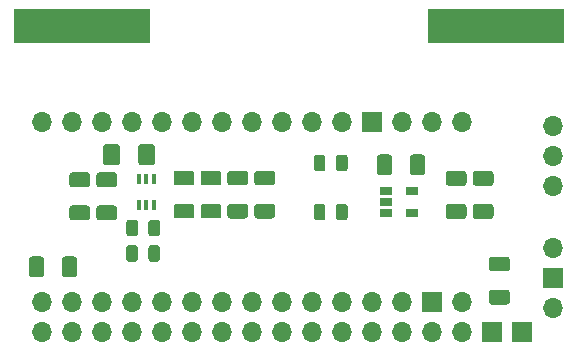
<source format=gbr>
G04 #@! TF.GenerationSoftware,KiCad,Pcbnew,5.1.5+dfsg1-2build2*
G04 #@! TF.CreationDate,2021-06-16T02:42:27+02:00*
G04 #@! TF.ProjectId,circuit9,63697263-7569-4743-992e-6b696361645f,rev?*
G04 #@! TF.SameCoordinates,Original*
G04 #@! TF.FileFunction,Soldermask,Top*
G04 #@! TF.FilePolarity,Negative*
%FSLAX46Y46*%
G04 Gerber Fmt 4.6, Leading zero omitted, Abs format (unit mm)*
G04 Created by KiCad (PCBNEW 5.1.5+dfsg1-2build2) date 2021-06-16 02:42:27*
%MOMM*%
%LPD*%
G04 APERTURE LIST*
%ADD10O,1.700000X1.700000*%
%ADD11R,1.700000X1.700000*%
%ADD12C,0.100000*%
%ADD13R,6.000000X3.000000*%
%ADD14R,0.400000X0.900000*%
%ADD15R,1.060000X0.650000*%
G04 APERTURE END LIST*
D10*
X61620400Y-35217100D03*
X59080400Y-35217100D03*
X56540400Y-35217100D03*
D11*
X54000400Y-35217100D03*
D10*
X51460400Y-35217100D03*
X48920400Y-35217100D03*
X46380400Y-35217100D03*
X43840400Y-35217100D03*
X41300400Y-35217100D03*
X38760400Y-35217100D03*
X36220400Y-35217100D03*
X33680400Y-35217100D03*
X31140400Y-35217100D03*
X28600400Y-35217100D03*
X26060400Y-35217100D03*
D12*
G36*
X33937642Y-45668874D02*
G01*
X33961303Y-45672384D01*
X33984507Y-45678196D01*
X34007029Y-45686254D01*
X34028653Y-45696482D01*
X34049170Y-45708779D01*
X34068383Y-45723029D01*
X34086107Y-45739093D01*
X34102171Y-45756817D01*
X34116421Y-45776030D01*
X34128718Y-45796547D01*
X34138946Y-45818171D01*
X34147004Y-45840693D01*
X34152816Y-45863897D01*
X34156326Y-45887558D01*
X34157500Y-45911450D01*
X34157500Y-46823950D01*
X34156326Y-46847842D01*
X34152816Y-46871503D01*
X34147004Y-46894707D01*
X34138946Y-46917229D01*
X34128718Y-46938853D01*
X34116421Y-46959370D01*
X34102171Y-46978583D01*
X34086107Y-46996307D01*
X34068383Y-47012371D01*
X34049170Y-47026621D01*
X34028653Y-47038918D01*
X34007029Y-47049146D01*
X33984507Y-47057204D01*
X33961303Y-47063016D01*
X33937642Y-47066526D01*
X33913750Y-47067700D01*
X33426250Y-47067700D01*
X33402358Y-47066526D01*
X33378697Y-47063016D01*
X33355493Y-47057204D01*
X33332971Y-47049146D01*
X33311347Y-47038918D01*
X33290830Y-47026621D01*
X33271617Y-47012371D01*
X33253893Y-46996307D01*
X33237829Y-46978583D01*
X33223579Y-46959370D01*
X33211282Y-46938853D01*
X33201054Y-46917229D01*
X33192996Y-46894707D01*
X33187184Y-46871503D01*
X33183674Y-46847842D01*
X33182500Y-46823950D01*
X33182500Y-45911450D01*
X33183674Y-45887558D01*
X33187184Y-45863897D01*
X33192996Y-45840693D01*
X33201054Y-45818171D01*
X33211282Y-45796547D01*
X33223579Y-45776030D01*
X33237829Y-45756817D01*
X33253893Y-45739093D01*
X33271617Y-45723029D01*
X33290830Y-45708779D01*
X33311347Y-45696482D01*
X33332971Y-45686254D01*
X33355493Y-45678196D01*
X33378697Y-45672384D01*
X33402358Y-45668874D01*
X33426250Y-45667700D01*
X33913750Y-45667700D01*
X33937642Y-45668874D01*
G37*
G36*
X35812642Y-45668874D02*
G01*
X35836303Y-45672384D01*
X35859507Y-45678196D01*
X35882029Y-45686254D01*
X35903653Y-45696482D01*
X35924170Y-45708779D01*
X35943383Y-45723029D01*
X35961107Y-45739093D01*
X35977171Y-45756817D01*
X35991421Y-45776030D01*
X36003718Y-45796547D01*
X36013946Y-45818171D01*
X36022004Y-45840693D01*
X36027816Y-45863897D01*
X36031326Y-45887558D01*
X36032500Y-45911450D01*
X36032500Y-46823950D01*
X36031326Y-46847842D01*
X36027816Y-46871503D01*
X36022004Y-46894707D01*
X36013946Y-46917229D01*
X36003718Y-46938853D01*
X35991421Y-46959370D01*
X35977171Y-46978583D01*
X35961107Y-46996307D01*
X35943383Y-47012371D01*
X35924170Y-47026621D01*
X35903653Y-47038918D01*
X35882029Y-47049146D01*
X35859507Y-47057204D01*
X35836303Y-47063016D01*
X35812642Y-47066526D01*
X35788750Y-47067700D01*
X35301250Y-47067700D01*
X35277358Y-47066526D01*
X35253697Y-47063016D01*
X35230493Y-47057204D01*
X35207971Y-47049146D01*
X35186347Y-47038918D01*
X35165830Y-47026621D01*
X35146617Y-47012371D01*
X35128893Y-46996307D01*
X35112829Y-46978583D01*
X35098579Y-46959370D01*
X35086282Y-46938853D01*
X35076054Y-46917229D01*
X35067996Y-46894707D01*
X35062184Y-46871503D01*
X35058674Y-46847842D01*
X35057500Y-46823950D01*
X35057500Y-45911450D01*
X35058674Y-45887558D01*
X35062184Y-45863897D01*
X35067996Y-45840693D01*
X35076054Y-45818171D01*
X35086282Y-45796547D01*
X35098579Y-45776030D01*
X35112829Y-45756817D01*
X35128893Y-45739093D01*
X35146617Y-45723029D01*
X35165830Y-45708779D01*
X35186347Y-45696482D01*
X35207971Y-45686254D01*
X35230493Y-45678196D01*
X35253697Y-45672384D01*
X35277358Y-45668874D01*
X35301250Y-45667700D01*
X35788750Y-45667700D01*
X35812642Y-45668874D01*
G37*
G36*
X35812642Y-43509874D02*
G01*
X35836303Y-43513384D01*
X35859507Y-43519196D01*
X35882029Y-43527254D01*
X35903653Y-43537482D01*
X35924170Y-43549779D01*
X35943383Y-43564029D01*
X35961107Y-43580093D01*
X35977171Y-43597817D01*
X35991421Y-43617030D01*
X36003718Y-43637547D01*
X36013946Y-43659171D01*
X36022004Y-43681693D01*
X36027816Y-43704897D01*
X36031326Y-43728558D01*
X36032500Y-43752450D01*
X36032500Y-44664950D01*
X36031326Y-44688842D01*
X36027816Y-44712503D01*
X36022004Y-44735707D01*
X36013946Y-44758229D01*
X36003718Y-44779853D01*
X35991421Y-44800370D01*
X35977171Y-44819583D01*
X35961107Y-44837307D01*
X35943383Y-44853371D01*
X35924170Y-44867621D01*
X35903653Y-44879918D01*
X35882029Y-44890146D01*
X35859507Y-44898204D01*
X35836303Y-44904016D01*
X35812642Y-44907526D01*
X35788750Y-44908700D01*
X35301250Y-44908700D01*
X35277358Y-44907526D01*
X35253697Y-44904016D01*
X35230493Y-44898204D01*
X35207971Y-44890146D01*
X35186347Y-44879918D01*
X35165830Y-44867621D01*
X35146617Y-44853371D01*
X35128893Y-44837307D01*
X35112829Y-44819583D01*
X35098579Y-44800370D01*
X35086282Y-44779853D01*
X35076054Y-44758229D01*
X35067996Y-44735707D01*
X35062184Y-44712503D01*
X35058674Y-44688842D01*
X35057500Y-44664950D01*
X35057500Y-43752450D01*
X35058674Y-43728558D01*
X35062184Y-43704897D01*
X35067996Y-43681693D01*
X35076054Y-43659171D01*
X35086282Y-43637547D01*
X35098579Y-43617030D01*
X35112829Y-43597817D01*
X35128893Y-43580093D01*
X35146617Y-43564029D01*
X35165830Y-43549779D01*
X35186347Y-43537482D01*
X35207971Y-43527254D01*
X35230493Y-43519196D01*
X35253697Y-43513384D01*
X35277358Y-43509874D01*
X35301250Y-43508700D01*
X35788750Y-43508700D01*
X35812642Y-43509874D01*
G37*
G36*
X33937642Y-43509874D02*
G01*
X33961303Y-43513384D01*
X33984507Y-43519196D01*
X34007029Y-43527254D01*
X34028653Y-43537482D01*
X34049170Y-43549779D01*
X34068383Y-43564029D01*
X34086107Y-43580093D01*
X34102171Y-43597817D01*
X34116421Y-43617030D01*
X34128718Y-43637547D01*
X34138946Y-43659171D01*
X34147004Y-43681693D01*
X34152816Y-43704897D01*
X34156326Y-43728558D01*
X34157500Y-43752450D01*
X34157500Y-44664950D01*
X34156326Y-44688842D01*
X34152816Y-44712503D01*
X34147004Y-44735707D01*
X34138946Y-44758229D01*
X34128718Y-44779853D01*
X34116421Y-44800370D01*
X34102171Y-44819583D01*
X34086107Y-44837307D01*
X34068383Y-44853371D01*
X34049170Y-44867621D01*
X34028653Y-44879918D01*
X34007029Y-44890146D01*
X33984507Y-44898204D01*
X33961303Y-44904016D01*
X33937642Y-44907526D01*
X33913750Y-44908700D01*
X33426250Y-44908700D01*
X33402358Y-44907526D01*
X33378697Y-44904016D01*
X33355493Y-44898204D01*
X33332971Y-44890146D01*
X33311347Y-44879918D01*
X33290830Y-44867621D01*
X33271617Y-44853371D01*
X33253893Y-44837307D01*
X33237829Y-44819583D01*
X33223579Y-44800370D01*
X33211282Y-44779853D01*
X33201054Y-44758229D01*
X33192996Y-44735707D01*
X33187184Y-44712503D01*
X33183674Y-44688842D01*
X33182500Y-44664950D01*
X33182500Y-43752450D01*
X33183674Y-43728558D01*
X33187184Y-43704897D01*
X33192996Y-43681693D01*
X33201054Y-43659171D01*
X33211282Y-43637547D01*
X33223579Y-43617030D01*
X33237829Y-43597817D01*
X33253893Y-43580093D01*
X33271617Y-43564029D01*
X33290830Y-43549779D01*
X33311347Y-43537482D01*
X33332971Y-43527254D01*
X33355493Y-43519196D01*
X33378697Y-43513384D01*
X33402358Y-43509874D01*
X33426250Y-43508700D01*
X33913750Y-43508700D01*
X33937642Y-43509874D01*
G37*
D10*
X26060400Y-50457100D03*
X28600400Y-50457100D03*
X31140400Y-50457100D03*
X33680400Y-50457100D03*
X36220400Y-50457100D03*
X38760400Y-50457100D03*
X41300400Y-50457100D03*
X43840400Y-50457100D03*
X46380400Y-50457100D03*
X48920400Y-50457100D03*
X51460400Y-50457100D03*
X54000400Y-50457100D03*
X56540400Y-50457100D03*
D11*
X59080400Y-50457100D03*
D10*
X61620400Y-50457100D03*
D12*
G36*
X49825342Y-42176374D02*
G01*
X49849003Y-42179884D01*
X49872207Y-42185696D01*
X49894729Y-42193754D01*
X49916353Y-42203982D01*
X49936870Y-42216279D01*
X49956083Y-42230529D01*
X49973807Y-42246593D01*
X49989871Y-42264317D01*
X50004121Y-42283530D01*
X50016418Y-42304047D01*
X50026646Y-42325671D01*
X50034704Y-42348193D01*
X50040516Y-42371397D01*
X50044026Y-42395058D01*
X50045200Y-42418950D01*
X50045200Y-43331450D01*
X50044026Y-43355342D01*
X50040516Y-43379003D01*
X50034704Y-43402207D01*
X50026646Y-43424729D01*
X50016418Y-43446353D01*
X50004121Y-43466870D01*
X49989871Y-43486083D01*
X49973807Y-43503807D01*
X49956083Y-43519871D01*
X49936870Y-43534121D01*
X49916353Y-43546418D01*
X49894729Y-43556646D01*
X49872207Y-43564704D01*
X49849003Y-43570516D01*
X49825342Y-43574026D01*
X49801450Y-43575200D01*
X49313950Y-43575200D01*
X49290058Y-43574026D01*
X49266397Y-43570516D01*
X49243193Y-43564704D01*
X49220671Y-43556646D01*
X49199047Y-43546418D01*
X49178530Y-43534121D01*
X49159317Y-43519871D01*
X49141593Y-43503807D01*
X49125529Y-43486083D01*
X49111279Y-43466870D01*
X49098982Y-43446353D01*
X49088754Y-43424729D01*
X49080696Y-43402207D01*
X49074884Y-43379003D01*
X49071374Y-43355342D01*
X49070200Y-43331450D01*
X49070200Y-42418950D01*
X49071374Y-42395058D01*
X49074884Y-42371397D01*
X49080696Y-42348193D01*
X49088754Y-42325671D01*
X49098982Y-42304047D01*
X49111279Y-42283530D01*
X49125529Y-42264317D01*
X49141593Y-42246593D01*
X49159317Y-42230529D01*
X49178530Y-42216279D01*
X49199047Y-42203982D01*
X49220671Y-42193754D01*
X49243193Y-42185696D01*
X49266397Y-42179884D01*
X49290058Y-42176374D01*
X49313950Y-42175200D01*
X49801450Y-42175200D01*
X49825342Y-42176374D01*
G37*
G36*
X51700342Y-42176374D02*
G01*
X51724003Y-42179884D01*
X51747207Y-42185696D01*
X51769729Y-42193754D01*
X51791353Y-42203982D01*
X51811870Y-42216279D01*
X51831083Y-42230529D01*
X51848807Y-42246593D01*
X51864871Y-42264317D01*
X51879121Y-42283530D01*
X51891418Y-42304047D01*
X51901646Y-42325671D01*
X51909704Y-42348193D01*
X51915516Y-42371397D01*
X51919026Y-42395058D01*
X51920200Y-42418950D01*
X51920200Y-43331450D01*
X51919026Y-43355342D01*
X51915516Y-43379003D01*
X51909704Y-43402207D01*
X51901646Y-43424729D01*
X51891418Y-43446353D01*
X51879121Y-43466870D01*
X51864871Y-43486083D01*
X51848807Y-43503807D01*
X51831083Y-43519871D01*
X51811870Y-43534121D01*
X51791353Y-43546418D01*
X51769729Y-43556646D01*
X51747207Y-43564704D01*
X51724003Y-43570516D01*
X51700342Y-43574026D01*
X51676450Y-43575200D01*
X51188950Y-43575200D01*
X51165058Y-43574026D01*
X51141397Y-43570516D01*
X51118193Y-43564704D01*
X51095671Y-43556646D01*
X51074047Y-43546418D01*
X51053530Y-43534121D01*
X51034317Y-43519871D01*
X51016593Y-43503807D01*
X51000529Y-43486083D01*
X50986279Y-43466870D01*
X50973982Y-43446353D01*
X50963754Y-43424729D01*
X50955696Y-43402207D01*
X50949884Y-43379003D01*
X50946374Y-43355342D01*
X50945200Y-43331450D01*
X50945200Y-42418950D01*
X50946374Y-42395058D01*
X50949884Y-42371397D01*
X50955696Y-42348193D01*
X50963754Y-42325671D01*
X50973982Y-42304047D01*
X50986279Y-42283530D01*
X51000529Y-42264317D01*
X51016593Y-42246593D01*
X51034317Y-42230529D01*
X51053530Y-42216279D01*
X51074047Y-42203982D01*
X51095671Y-42193754D01*
X51118193Y-42185696D01*
X51141397Y-42179884D01*
X51165058Y-42176374D01*
X51188950Y-42175200D01*
X51676450Y-42175200D01*
X51700342Y-42176374D01*
G37*
D13*
X67254000Y-27127200D03*
X26654000Y-27127200D03*
X61654000Y-27127200D03*
X32254000Y-27127200D03*
D12*
G36*
X49825342Y-38010774D02*
G01*
X49849003Y-38014284D01*
X49872207Y-38020096D01*
X49894729Y-38028154D01*
X49916353Y-38038382D01*
X49936870Y-38050679D01*
X49956083Y-38064929D01*
X49973807Y-38080993D01*
X49989871Y-38098717D01*
X50004121Y-38117930D01*
X50016418Y-38138447D01*
X50026646Y-38160071D01*
X50034704Y-38182593D01*
X50040516Y-38205797D01*
X50044026Y-38229458D01*
X50045200Y-38253350D01*
X50045200Y-39165850D01*
X50044026Y-39189742D01*
X50040516Y-39213403D01*
X50034704Y-39236607D01*
X50026646Y-39259129D01*
X50016418Y-39280753D01*
X50004121Y-39301270D01*
X49989871Y-39320483D01*
X49973807Y-39338207D01*
X49956083Y-39354271D01*
X49936870Y-39368521D01*
X49916353Y-39380818D01*
X49894729Y-39391046D01*
X49872207Y-39399104D01*
X49849003Y-39404916D01*
X49825342Y-39408426D01*
X49801450Y-39409600D01*
X49313950Y-39409600D01*
X49290058Y-39408426D01*
X49266397Y-39404916D01*
X49243193Y-39399104D01*
X49220671Y-39391046D01*
X49199047Y-39380818D01*
X49178530Y-39368521D01*
X49159317Y-39354271D01*
X49141593Y-39338207D01*
X49125529Y-39320483D01*
X49111279Y-39301270D01*
X49098982Y-39280753D01*
X49088754Y-39259129D01*
X49080696Y-39236607D01*
X49074884Y-39213403D01*
X49071374Y-39189742D01*
X49070200Y-39165850D01*
X49070200Y-38253350D01*
X49071374Y-38229458D01*
X49074884Y-38205797D01*
X49080696Y-38182593D01*
X49088754Y-38160071D01*
X49098982Y-38138447D01*
X49111279Y-38117930D01*
X49125529Y-38098717D01*
X49141593Y-38080993D01*
X49159317Y-38064929D01*
X49178530Y-38050679D01*
X49199047Y-38038382D01*
X49220671Y-38028154D01*
X49243193Y-38020096D01*
X49266397Y-38014284D01*
X49290058Y-38010774D01*
X49313950Y-38009600D01*
X49801450Y-38009600D01*
X49825342Y-38010774D01*
G37*
G36*
X51700342Y-38010774D02*
G01*
X51724003Y-38014284D01*
X51747207Y-38020096D01*
X51769729Y-38028154D01*
X51791353Y-38038382D01*
X51811870Y-38050679D01*
X51831083Y-38064929D01*
X51848807Y-38080993D01*
X51864871Y-38098717D01*
X51879121Y-38117930D01*
X51891418Y-38138447D01*
X51901646Y-38160071D01*
X51909704Y-38182593D01*
X51915516Y-38205797D01*
X51919026Y-38229458D01*
X51920200Y-38253350D01*
X51920200Y-39165850D01*
X51919026Y-39189742D01*
X51915516Y-39213403D01*
X51909704Y-39236607D01*
X51901646Y-39259129D01*
X51891418Y-39280753D01*
X51879121Y-39301270D01*
X51864871Y-39320483D01*
X51848807Y-39338207D01*
X51831083Y-39354271D01*
X51811870Y-39368521D01*
X51791353Y-39380818D01*
X51769729Y-39391046D01*
X51747207Y-39399104D01*
X51724003Y-39404916D01*
X51700342Y-39408426D01*
X51676450Y-39409600D01*
X51188950Y-39409600D01*
X51165058Y-39408426D01*
X51141397Y-39404916D01*
X51118193Y-39399104D01*
X51095671Y-39391046D01*
X51074047Y-39380818D01*
X51053530Y-39368521D01*
X51034317Y-39354271D01*
X51016593Y-39338207D01*
X51000529Y-39320483D01*
X50986279Y-39301270D01*
X50973982Y-39280753D01*
X50963754Y-39259129D01*
X50955696Y-39236607D01*
X50949884Y-39213403D01*
X50946374Y-39189742D01*
X50945200Y-39165850D01*
X50945200Y-38253350D01*
X50946374Y-38229458D01*
X50949884Y-38205797D01*
X50955696Y-38182593D01*
X50963754Y-38160071D01*
X50973982Y-38138447D01*
X50986279Y-38117930D01*
X51000529Y-38098717D01*
X51016593Y-38080993D01*
X51034317Y-38064929D01*
X51053530Y-38050679D01*
X51074047Y-38038382D01*
X51095671Y-38028154D01*
X51118193Y-38020096D01*
X51141397Y-38014284D01*
X51165058Y-38010774D01*
X51188950Y-38009600D01*
X51676450Y-38009600D01*
X51700342Y-38010774D01*
G37*
D10*
X69291200Y-40690800D03*
X69291200Y-38150800D03*
X69291200Y-35610800D03*
D14*
X34236900Y-42248000D03*
X35536900Y-42248000D03*
X34886900Y-40048000D03*
X34886900Y-42248000D03*
X35536900Y-40048000D03*
X34236900Y-40048000D03*
D15*
X55204000Y-41061600D03*
X55204000Y-42011600D03*
X55204000Y-42961600D03*
X57404000Y-42961600D03*
X57404000Y-41061600D03*
D12*
G36*
X32170904Y-39505204D02*
G01*
X32195173Y-39508804D01*
X32218971Y-39514765D01*
X32242071Y-39523030D01*
X32264249Y-39533520D01*
X32285293Y-39546133D01*
X32304998Y-39560747D01*
X32323177Y-39577223D01*
X32339653Y-39595402D01*
X32354267Y-39615107D01*
X32366880Y-39636151D01*
X32377370Y-39658329D01*
X32385635Y-39681429D01*
X32391596Y-39705227D01*
X32395196Y-39729496D01*
X32396400Y-39754000D01*
X32396400Y-40504000D01*
X32395196Y-40528504D01*
X32391596Y-40552773D01*
X32385635Y-40576571D01*
X32377370Y-40599671D01*
X32366880Y-40621849D01*
X32354267Y-40642893D01*
X32339653Y-40662598D01*
X32323177Y-40680777D01*
X32304998Y-40697253D01*
X32285293Y-40711867D01*
X32264249Y-40724480D01*
X32242071Y-40734970D01*
X32218971Y-40743235D01*
X32195173Y-40749196D01*
X32170904Y-40752796D01*
X32146400Y-40754000D01*
X30896400Y-40754000D01*
X30871896Y-40752796D01*
X30847627Y-40749196D01*
X30823829Y-40743235D01*
X30800729Y-40734970D01*
X30778551Y-40724480D01*
X30757507Y-40711867D01*
X30737802Y-40697253D01*
X30719623Y-40680777D01*
X30703147Y-40662598D01*
X30688533Y-40642893D01*
X30675920Y-40621849D01*
X30665430Y-40599671D01*
X30657165Y-40576571D01*
X30651204Y-40552773D01*
X30647604Y-40528504D01*
X30646400Y-40504000D01*
X30646400Y-39754000D01*
X30647604Y-39729496D01*
X30651204Y-39705227D01*
X30657165Y-39681429D01*
X30665430Y-39658329D01*
X30675920Y-39636151D01*
X30688533Y-39615107D01*
X30703147Y-39595402D01*
X30719623Y-39577223D01*
X30737802Y-39560747D01*
X30757507Y-39546133D01*
X30778551Y-39533520D01*
X30800729Y-39523030D01*
X30823829Y-39514765D01*
X30847627Y-39508804D01*
X30871896Y-39505204D01*
X30896400Y-39504000D01*
X32146400Y-39504000D01*
X32170904Y-39505204D01*
G37*
G36*
X32170904Y-42305204D02*
G01*
X32195173Y-42308804D01*
X32218971Y-42314765D01*
X32242071Y-42323030D01*
X32264249Y-42333520D01*
X32285293Y-42346133D01*
X32304998Y-42360747D01*
X32323177Y-42377223D01*
X32339653Y-42395402D01*
X32354267Y-42415107D01*
X32366880Y-42436151D01*
X32377370Y-42458329D01*
X32385635Y-42481429D01*
X32391596Y-42505227D01*
X32395196Y-42529496D01*
X32396400Y-42554000D01*
X32396400Y-43304000D01*
X32395196Y-43328504D01*
X32391596Y-43352773D01*
X32385635Y-43376571D01*
X32377370Y-43399671D01*
X32366880Y-43421849D01*
X32354267Y-43442893D01*
X32339653Y-43462598D01*
X32323177Y-43480777D01*
X32304998Y-43497253D01*
X32285293Y-43511867D01*
X32264249Y-43524480D01*
X32242071Y-43534970D01*
X32218971Y-43543235D01*
X32195173Y-43549196D01*
X32170904Y-43552796D01*
X32146400Y-43554000D01*
X30896400Y-43554000D01*
X30871896Y-43552796D01*
X30847627Y-43549196D01*
X30823829Y-43543235D01*
X30800729Y-43534970D01*
X30778551Y-43524480D01*
X30757507Y-43511867D01*
X30737802Y-43497253D01*
X30719623Y-43480777D01*
X30703147Y-43462598D01*
X30688533Y-43442893D01*
X30675920Y-43421849D01*
X30665430Y-43399671D01*
X30657165Y-43376571D01*
X30651204Y-43352773D01*
X30647604Y-43328504D01*
X30646400Y-43304000D01*
X30646400Y-42554000D01*
X30647604Y-42529496D01*
X30651204Y-42505227D01*
X30657165Y-42481429D01*
X30665430Y-42458329D01*
X30675920Y-42436151D01*
X30688533Y-42415107D01*
X30703147Y-42395402D01*
X30719623Y-42377223D01*
X30737802Y-42360747D01*
X30757507Y-42346133D01*
X30778551Y-42333520D01*
X30800729Y-42323030D01*
X30823829Y-42314765D01*
X30847627Y-42308804D01*
X30871896Y-42305204D01*
X30896400Y-42304000D01*
X32146400Y-42304000D01*
X32170904Y-42305204D01*
G37*
G36*
X29884904Y-42305204D02*
G01*
X29909173Y-42308804D01*
X29932971Y-42314765D01*
X29956071Y-42323030D01*
X29978249Y-42333520D01*
X29999293Y-42346133D01*
X30018998Y-42360747D01*
X30037177Y-42377223D01*
X30053653Y-42395402D01*
X30068267Y-42415107D01*
X30080880Y-42436151D01*
X30091370Y-42458329D01*
X30099635Y-42481429D01*
X30105596Y-42505227D01*
X30109196Y-42529496D01*
X30110400Y-42554000D01*
X30110400Y-43304000D01*
X30109196Y-43328504D01*
X30105596Y-43352773D01*
X30099635Y-43376571D01*
X30091370Y-43399671D01*
X30080880Y-43421849D01*
X30068267Y-43442893D01*
X30053653Y-43462598D01*
X30037177Y-43480777D01*
X30018998Y-43497253D01*
X29999293Y-43511867D01*
X29978249Y-43524480D01*
X29956071Y-43534970D01*
X29932971Y-43543235D01*
X29909173Y-43549196D01*
X29884904Y-43552796D01*
X29860400Y-43554000D01*
X28610400Y-43554000D01*
X28585896Y-43552796D01*
X28561627Y-43549196D01*
X28537829Y-43543235D01*
X28514729Y-43534970D01*
X28492551Y-43524480D01*
X28471507Y-43511867D01*
X28451802Y-43497253D01*
X28433623Y-43480777D01*
X28417147Y-43462598D01*
X28402533Y-43442893D01*
X28389920Y-43421849D01*
X28379430Y-43399671D01*
X28371165Y-43376571D01*
X28365204Y-43352773D01*
X28361604Y-43328504D01*
X28360400Y-43304000D01*
X28360400Y-42554000D01*
X28361604Y-42529496D01*
X28365204Y-42505227D01*
X28371165Y-42481429D01*
X28379430Y-42458329D01*
X28389920Y-42436151D01*
X28402533Y-42415107D01*
X28417147Y-42395402D01*
X28433623Y-42377223D01*
X28451802Y-42360747D01*
X28471507Y-42346133D01*
X28492551Y-42333520D01*
X28514729Y-42323030D01*
X28537829Y-42314765D01*
X28561627Y-42308804D01*
X28585896Y-42305204D01*
X28610400Y-42304000D01*
X29860400Y-42304000D01*
X29884904Y-42305204D01*
G37*
G36*
X29884904Y-39505204D02*
G01*
X29909173Y-39508804D01*
X29932971Y-39514765D01*
X29956071Y-39523030D01*
X29978249Y-39533520D01*
X29999293Y-39546133D01*
X30018998Y-39560747D01*
X30037177Y-39577223D01*
X30053653Y-39595402D01*
X30068267Y-39615107D01*
X30080880Y-39636151D01*
X30091370Y-39658329D01*
X30099635Y-39681429D01*
X30105596Y-39705227D01*
X30109196Y-39729496D01*
X30110400Y-39754000D01*
X30110400Y-40504000D01*
X30109196Y-40528504D01*
X30105596Y-40552773D01*
X30099635Y-40576571D01*
X30091370Y-40599671D01*
X30080880Y-40621849D01*
X30068267Y-40642893D01*
X30053653Y-40662598D01*
X30037177Y-40680777D01*
X30018998Y-40697253D01*
X29999293Y-40711867D01*
X29978249Y-40724480D01*
X29956071Y-40734970D01*
X29932971Y-40743235D01*
X29909173Y-40749196D01*
X29884904Y-40752796D01*
X29860400Y-40754000D01*
X28610400Y-40754000D01*
X28585896Y-40752796D01*
X28561627Y-40749196D01*
X28537829Y-40743235D01*
X28514729Y-40734970D01*
X28492551Y-40724480D01*
X28471507Y-40711867D01*
X28451802Y-40697253D01*
X28433623Y-40680777D01*
X28417147Y-40662598D01*
X28402533Y-40642893D01*
X28389920Y-40621849D01*
X28379430Y-40599671D01*
X28371165Y-40576571D01*
X28365204Y-40552773D01*
X28361604Y-40528504D01*
X28360400Y-40504000D01*
X28360400Y-39754000D01*
X28361604Y-39729496D01*
X28365204Y-39705227D01*
X28371165Y-39681429D01*
X28379430Y-39658329D01*
X28389920Y-39636151D01*
X28402533Y-39615107D01*
X28417147Y-39595402D01*
X28433623Y-39577223D01*
X28451802Y-39560747D01*
X28471507Y-39546133D01*
X28492551Y-39533520D01*
X28514729Y-39523030D01*
X28537829Y-39514765D01*
X28561627Y-39508804D01*
X28585896Y-39505204D01*
X28610400Y-39504000D01*
X29860400Y-39504000D01*
X29884904Y-39505204D01*
G37*
G36*
X38711404Y-39352804D02*
G01*
X38735673Y-39356404D01*
X38759471Y-39362365D01*
X38782571Y-39370630D01*
X38804749Y-39381120D01*
X38825793Y-39393733D01*
X38845498Y-39408347D01*
X38863677Y-39424823D01*
X38880153Y-39443002D01*
X38894767Y-39462707D01*
X38907380Y-39483751D01*
X38917870Y-39505929D01*
X38926135Y-39529029D01*
X38932096Y-39552827D01*
X38935696Y-39577096D01*
X38936900Y-39601600D01*
X38936900Y-40351600D01*
X38935696Y-40376104D01*
X38932096Y-40400373D01*
X38926135Y-40424171D01*
X38917870Y-40447271D01*
X38907380Y-40469449D01*
X38894767Y-40490493D01*
X38880153Y-40510198D01*
X38863677Y-40528377D01*
X38845498Y-40544853D01*
X38825793Y-40559467D01*
X38804749Y-40572080D01*
X38782571Y-40582570D01*
X38759471Y-40590835D01*
X38735673Y-40596796D01*
X38711404Y-40600396D01*
X38686900Y-40601600D01*
X37436900Y-40601600D01*
X37412396Y-40600396D01*
X37388127Y-40596796D01*
X37364329Y-40590835D01*
X37341229Y-40582570D01*
X37319051Y-40572080D01*
X37298007Y-40559467D01*
X37278302Y-40544853D01*
X37260123Y-40528377D01*
X37243647Y-40510198D01*
X37229033Y-40490493D01*
X37216420Y-40469449D01*
X37205930Y-40447271D01*
X37197665Y-40424171D01*
X37191704Y-40400373D01*
X37188104Y-40376104D01*
X37186900Y-40351600D01*
X37186900Y-39601600D01*
X37188104Y-39577096D01*
X37191704Y-39552827D01*
X37197665Y-39529029D01*
X37205930Y-39505929D01*
X37216420Y-39483751D01*
X37229033Y-39462707D01*
X37243647Y-39443002D01*
X37260123Y-39424823D01*
X37278302Y-39408347D01*
X37298007Y-39393733D01*
X37319051Y-39381120D01*
X37341229Y-39370630D01*
X37364329Y-39362365D01*
X37388127Y-39356404D01*
X37412396Y-39352804D01*
X37436900Y-39351600D01*
X38686900Y-39351600D01*
X38711404Y-39352804D01*
G37*
G36*
X38711404Y-42152804D02*
G01*
X38735673Y-42156404D01*
X38759471Y-42162365D01*
X38782571Y-42170630D01*
X38804749Y-42181120D01*
X38825793Y-42193733D01*
X38845498Y-42208347D01*
X38863677Y-42224823D01*
X38880153Y-42243002D01*
X38894767Y-42262707D01*
X38907380Y-42283751D01*
X38917870Y-42305929D01*
X38926135Y-42329029D01*
X38932096Y-42352827D01*
X38935696Y-42377096D01*
X38936900Y-42401600D01*
X38936900Y-43151600D01*
X38935696Y-43176104D01*
X38932096Y-43200373D01*
X38926135Y-43224171D01*
X38917870Y-43247271D01*
X38907380Y-43269449D01*
X38894767Y-43290493D01*
X38880153Y-43310198D01*
X38863677Y-43328377D01*
X38845498Y-43344853D01*
X38825793Y-43359467D01*
X38804749Y-43372080D01*
X38782571Y-43382570D01*
X38759471Y-43390835D01*
X38735673Y-43396796D01*
X38711404Y-43400396D01*
X38686900Y-43401600D01*
X37436900Y-43401600D01*
X37412396Y-43400396D01*
X37388127Y-43396796D01*
X37364329Y-43390835D01*
X37341229Y-43382570D01*
X37319051Y-43372080D01*
X37298007Y-43359467D01*
X37278302Y-43344853D01*
X37260123Y-43328377D01*
X37243647Y-43310198D01*
X37229033Y-43290493D01*
X37216420Y-43269449D01*
X37205930Y-43247271D01*
X37197665Y-43224171D01*
X37191704Y-43200373D01*
X37188104Y-43176104D01*
X37186900Y-43151600D01*
X37186900Y-42401600D01*
X37188104Y-42377096D01*
X37191704Y-42352827D01*
X37197665Y-42329029D01*
X37205930Y-42305929D01*
X37216420Y-42283751D01*
X37229033Y-42262707D01*
X37243647Y-42243002D01*
X37260123Y-42224823D01*
X37278302Y-42208347D01*
X37298007Y-42193733D01*
X37319051Y-42181120D01*
X37341229Y-42170630D01*
X37364329Y-42162365D01*
X37388127Y-42156404D01*
X37412396Y-42152804D01*
X37436900Y-42151600D01*
X38686900Y-42151600D01*
X38711404Y-42152804D01*
G37*
G36*
X40997404Y-42152804D02*
G01*
X41021673Y-42156404D01*
X41045471Y-42162365D01*
X41068571Y-42170630D01*
X41090749Y-42181120D01*
X41111793Y-42193733D01*
X41131498Y-42208347D01*
X41149677Y-42224823D01*
X41166153Y-42243002D01*
X41180767Y-42262707D01*
X41193380Y-42283751D01*
X41203870Y-42305929D01*
X41212135Y-42329029D01*
X41218096Y-42352827D01*
X41221696Y-42377096D01*
X41222900Y-42401600D01*
X41222900Y-43151600D01*
X41221696Y-43176104D01*
X41218096Y-43200373D01*
X41212135Y-43224171D01*
X41203870Y-43247271D01*
X41193380Y-43269449D01*
X41180767Y-43290493D01*
X41166153Y-43310198D01*
X41149677Y-43328377D01*
X41131498Y-43344853D01*
X41111793Y-43359467D01*
X41090749Y-43372080D01*
X41068571Y-43382570D01*
X41045471Y-43390835D01*
X41021673Y-43396796D01*
X40997404Y-43400396D01*
X40972900Y-43401600D01*
X39722900Y-43401600D01*
X39698396Y-43400396D01*
X39674127Y-43396796D01*
X39650329Y-43390835D01*
X39627229Y-43382570D01*
X39605051Y-43372080D01*
X39584007Y-43359467D01*
X39564302Y-43344853D01*
X39546123Y-43328377D01*
X39529647Y-43310198D01*
X39515033Y-43290493D01*
X39502420Y-43269449D01*
X39491930Y-43247271D01*
X39483665Y-43224171D01*
X39477704Y-43200373D01*
X39474104Y-43176104D01*
X39472900Y-43151600D01*
X39472900Y-42401600D01*
X39474104Y-42377096D01*
X39477704Y-42352827D01*
X39483665Y-42329029D01*
X39491930Y-42305929D01*
X39502420Y-42283751D01*
X39515033Y-42262707D01*
X39529647Y-42243002D01*
X39546123Y-42224823D01*
X39564302Y-42208347D01*
X39584007Y-42193733D01*
X39605051Y-42181120D01*
X39627229Y-42170630D01*
X39650329Y-42162365D01*
X39674127Y-42156404D01*
X39698396Y-42152804D01*
X39722900Y-42151600D01*
X40972900Y-42151600D01*
X40997404Y-42152804D01*
G37*
G36*
X40997404Y-39352804D02*
G01*
X41021673Y-39356404D01*
X41045471Y-39362365D01*
X41068571Y-39370630D01*
X41090749Y-39381120D01*
X41111793Y-39393733D01*
X41131498Y-39408347D01*
X41149677Y-39424823D01*
X41166153Y-39443002D01*
X41180767Y-39462707D01*
X41193380Y-39483751D01*
X41203870Y-39505929D01*
X41212135Y-39529029D01*
X41218096Y-39552827D01*
X41221696Y-39577096D01*
X41222900Y-39601600D01*
X41222900Y-40351600D01*
X41221696Y-40376104D01*
X41218096Y-40400373D01*
X41212135Y-40424171D01*
X41203870Y-40447271D01*
X41193380Y-40469449D01*
X41180767Y-40490493D01*
X41166153Y-40510198D01*
X41149677Y-40528377D01*
X41131498Y-40544853D01*
X41111793Y-40559467D01*
X41090749Y-40572080D01*
X41068571Y-40582570D01*
X41045471Y-40590835D01*
X41021673Y-40596796D01*
X40997404Y-40600396D01*
X40972900Y-40601600D01*
X39722900Y-40601600D01*
X39698396Y-40600396D01*
X39674127Y-40596796D01*
X39650329Y-40590835D01*
X39627229Y-40582570D01*
X39605051Y-40572080D01*
X39584007Y-40559467D01*
X39564302Y-40544853D01*
X39546123Y-40528377D01*
X39529647Y-40510198D01*
X39515033Y-40490493D01*
X39502420Y-40469449D01*
X39491930Y-40447271D01*
X39483665Y-40424171D01*
X39477704Y-40400373D01*
X39474104Y-40376104D01*
X39472900Y-40351600D01*
X39472900Y-39601600D01*
X39474104Y-39577096D01*
X39477704Y-39552827D01*
X39483665Y-39529029D01*
X39491930Y-39505929D01*
X39502420Y-39483751D01*
X39515033Y-39462707D01*
X39529647Y-39443002D01*
X39546123Y-39424823D01*
X39564302Y-39408347D01*
X39584007Y-39393733D01*
X39605051Y-39381120D01*
X39627229Y-39370630D01*
X39650329Y-39362365D01*
X39674127Y-39356404D01*
X39698396Y-39352804D01*
X39722900Y-39351600D01*
X40972900Y-39351600D01*
X40997404Y-39352804D01*
G37*
G36*
X65419504Y-46642604D02*
G01*
X65443773Y-46646204D01*
X65467571Y-46652165D01*
X65490671Y-46660430D01*
X65512849Y-46670920D01*
X65533893Y-46683533D01*
X65553598Y-46698147D01*
X65571777Y-46714623D01*
X65588253Y-46732802D01*
X65602867Y-46752507D01*
X65615480Y-46773551D01*
X65625970Y-46795729D01*
X65634235Y-46818829D01*
X65640196Y-46842627D01*
X65643796Y-46866896D01*
X65645000Y-46891400D01*
X65645000Y-47641400D01*
X65643796Y-47665904D01*
X65640196Y-47690173D01*
X65634235Y-47713971D01*
X65625970Y-47737071D01*
X65615480Y-47759249D01*
X65602867Y-47780293D01*
X65588253Y-47799998D01*
X65571777Y-47818177D01*
X65553598Y-47834653D01*
X65533893Y-47849267D01*
X65512849Y-47861880D01*
X65490671Y-47872370D01*
X65467571Y-47880635D01*
X65443773Y-47886596D01*
X65419504Y-47890196D01*
X65395000Y-47891400D01*
X64145000Y-47891400D01*
X64120496Y-47890196D01*
X64096227Y-47886596D01*
X64072429Y-47880635D01*
X64049329Y-47872370D01*
X64027151Y-47861880D01*
X64006107Y-47849267D01*
X63986402Y-47834653D01*
X63968223Y-47818177D01*
X63951747Y-47799998D01*
X63937133Y-47780293D01*
X63924520Y-47759249D01*
X63914030Y-47737071D01*
X63905765Y-47713971D01*
X63899804Y-47690173D01*
X63896204Y-47665904D01*
X63895000Y-47641400D01*
X63895000Y-46891400D01*
X63896204Y-46866896D01*
X63899804Y-46842627D01*
X63905765Y-46818829D01*
X63914030Y-46795729D01*
X63924520Y-46773551D01*
X63937133Y-46752507D01*
X63951747Y-46732802D01*
X63968223Y-46714623D01*
X63986402Y-46698147D01*
X64006107Y-46683533D01*
X64027151Y-46670920D01*
X64049329Y-46660430D01*
X64072429Y-46652165D01*
X64096227Y-46646204D01*
X64120496Y-46642604D01*
X64145000Y-46641400D01*
X65395000Y-46641400D01*
X65419504Y-46642604D01*
G37*
G36*
X65419504Y-49442604D02*
G01*
X65443773Y-49446204D01*
X65467571Y-49452165D01*
X65490671Y-49460430D01*
X65512849Y-49470920D01*
X65533893Y-49483533D01*
X65553598Y-49498147D01*
X65571777Y-49514623D01*
X65588253Y-49532802D01*
X65602867Y-49552507D01*
X65615480Y-49573551D01*
X65625970Y-49595729D01*
X65634235Y-49618829D01*
X65640196Y-49642627D01*
X65643796Y-49666896D01*
X65645000Y-49691400D01*
X65645000Y-50441400D01*
X65643796Y-50465904D01*
X65640196Y-50490173D01*
X65634235Y-50513971D01*
X65625970Y-50537071D01*
X65615480Y-50559249D01*
X65602867Y-50580293D01*
X65588253Y-50599998D01*
X65571777Y-50618177D01*
X65553598Y-50634653D01*
X65533893Y-50649267D01*
X65512849Y-50661880D01*
X65490671Y-50672370D01*
X65467571Y-50680635D01*
X65443773Y-50686596D01*
X65419504Y-50690196D01*
X65395000Y-50691400D01*
X64145000Y-50691400D01*
X64120496Y-50690196D01*
X64096227Y-50686596D01*
X64072429Y-50680635D01*
X64049329Y-50672370D01*
X64027151Y-50661880D01*
X64006107Y-50649267D01*
X63986402Y-50634653D01*
X63968223Y-50618177D01*
X63951747Y-50599998D01*
X63937133Y-50580293D01*
X63924520Y-50559249D01*
X63914030Y-50537071D01*
X63905765Y-50513971D01*
X63899804Y-50490173D01*
X63896204Y-50465904D01*
X63895000Y-50441400D01*
X63895000Y-49691400D01*
X63896204Y-49666896D01*
X63899804Y-49642627D01*
X63905765Y-49618829D01*
X63914030Y-49595729D01*
X63924520Y-49573551D01*
X63937133Y-49552507D01*
X63951747Y-49532802D01*
X63968223Y-49514623D01*
X63986402Y-49498147D01*
X64006107Y-49483533D01*
X64027151Y-49470920D01*
X64049329Y-49460430D01*
X64072429Y-49452165D01*
X64096227Y-49446204D01*
X64120496Y-49442604D01*
X64145000Y-49441400D01*
X65395000Y-49441400D01*
X65419504Y-49442604D01*
G37*
G36*
X58238304Y-37988204D02*
G01*
X58262573Y-37991804D01*
X58286371Y-37997765D01*
X58309471Y-38006030D01*
X58331649Y-38016520D01*
X58352693Y-38029133D01*
X58372398Y-38043747D01*
X58390577Y-38060223D01*
X58407053Y-38078402D01*
X58421667Y-38098107D01*
X58434280Y-38119151D01*
X58444770Y-38141329D01*
X58453035Y-38164429D01*
X58458996Y-38188227D01*
X58462596Y-38212496D01*
X58463800Y-38237000D01*
X58463800Y-39487000D01*
X58462596Y-39511504D01*
X58458996Y-39535773D01*
X58453035Y-39559571D01*
X58444770Y-39582671D01*
X58434280Y-39604849D01*
X58421667Y-39625893D01*
X58407053Y-39645598D01*
X58390577Y-39663777D01*
X58372398Y-39680253D01*
X58352693Y-39694867D01*
X58331649Y-39707480D01*
X58309471Y-39717970D01*
X58286371Y-39726235D01*
X58262573Y-39732196D01*
X58238304Y-39735796D01*
X58213800Y-39737000D01*
X57463800Y-39737000D01*
X57439296Y-39735796D01*
X57415027Y-39732196D01*
X57391229Y-39726235D01*
X57368129Y-39717970D01*
X57345951Y-39707480D01*
X57324907Y-39694867D01*
X57305202Y-39680253D01*
X57287023Y-39663777D01*
X57270547Y-39645598D01*
X57255933Y-39625893D01*
X57243320Y-39604849D01*
X57232830Y-39582671D01*
X57224565Y-39559571D01*
X57218604Y-39535773D01*
X57215004Y-39511504D01*
X57213800Y-39487000D01*
X57213800Y-38237000D01*
X57215004Y-38212496D01*
X57218604Y-38188227D01*
X57224565Y-38164429D01*
X57232830Y-38141329D01*
X57243320Y-38119151D01*
X57255933Y-38098107D01*
X57270547Y-38078402D01*
X57287023Y-38060223D01*
X57305202Y-38043747D01*
X57324907Y-38029133D01*
X57345951Y-38016520D01*
X57368129Y-38006030D01*
X57391229Y-37997765D01*
X57415027Y-37991804D01*
X57439296Y-37988204D01*
X57463800Y-37987000D01*
X58213800Y-37987000D01*
X58238304Y-37988204D01*
G37*
G36*
X55438304Y-37988204D02*
G01*
X55462573Y-37991804D01*
X55486371Y-37997765D01*
X55509471Y-38006030D01*
X55531649Y-38016520D01*
X55552693Y-38029133D01*
X55572398Y-38043747D01*
X55590577Y-38060223D01*
X55607053Y-38078402D01*
X55621667Y-38098107D01*
X55634280Y-38119151D01*
X55644770Y-38141329D01*
X55653035Y-38164429D01*
X55658996Y-38188227D01*
X55662596Y-38212496D01*
X55663800Y-38237000D01*
X55663800Y-39487000D01*
X55662596Y-39511504D01*
X55658996Y-39535773D01*
X55653035Y-39559571D01*
X55644770Y-39582671D01*
X55634280Y-39604849D01*
X55621667Y-39625893D01*
X55607053Y-39645598D01*
X55590577Y-39663777D01*
X55572398Y-39680253D01*
X55552693Y-39694867D01*
X55531649Y-39707480D01*
X55509471Y-39717970D01*
X55486371Y-39726235D01*
X55462573Y-39732196D01*
X55438304Y-39735796D01*
X55413800Y-39737000D01*
X54663800Y-39737000D01*
X54639296Y-39735796D01*
X54615027Y-39732196D01*
X54591229Y-39726235D01*
X54568129Y-39717970D01*
X54545951Y-39707480D01*
X54524907Y-39694867D01*
X54505202Y-39680253D01*
X54487023Y-39663777D01*
X54470547Y-39645598D01*
X54455933Y-39625893D01*
X54443320Y-39604849D01*
X54432830Y-39582671D01*
X54424565Y-39559571D01*
X54418604Y-39535773D01*
X54415004Y-39511504D01*
X54413800Y-39487000D01*
X54413800Y-38237000D01*
X54415004Y-38212496D01*
X54418604Y-38188227D01*
X54424565Y-38164429D01*
X54432830Y-38141329D01*
X54443320Y-38119151D01*
X54455933Y-38098107D01*
X54470547Y-38078402D01*
X54487023Y-38060223D01*
X54505202Y-38043747D01*
X54524907Y-38029133D01*
X54545951Y-38016520D01*
X54568129Y-38006030D01*
X54591229Y-37997765D01*
X54615027Y-37991804D01*
X54639296Y-37988204D01*
X54663800Y-37987000D01*
X55413800Y-37987000D01*
X55438304Y-37988204D01*
G37*
G36*
X61761904Y-39378204D02*
G01*
X61786173Y-39381804D01*
X61809971Y-39387765D01*
X61833071Y-39396030D01*
X61855249Y-39406520D01*
X61876293Y-39419133D01*
X61895998Y-39433747D01*
X61914177Y-39450223D01*
X61930653Y-39468402D01*
X61945267Y-39488107D01*
X61957880Y-39509151D01*
X61968370Y-39531329D01*
X61976635Y-39554429D01*
X61982596Y-39578227D01*
X61986196Y-39602496D01*
X61987400Y-39627000D01*
X61987400Y-40377000D01*
X61986196Y-40401504D01*
X61982596Y-40425773D01*
X61976635Y-40449571D01*
X61968370Y-40472671D01*
X61957880Y-40494849D01*
X61945267Y-40515893D01*
X61930653Y-40535598D01*
X61914177Y-40553777D01*
X61895998Y-40570253D01*
X61876293Y-40584867D01*
X61855249Y-40597480D01*
X61833071Y-40607970D01*
X61809971Y-40616235D01*
X61786173Y-40622196D01*
X61761904Y-40625796D01*
X61737400Y-40627000D01*
X60487400Y-40627000D01*
X60462896Y-40625796D01*
X60438627Y-40622196D01*
X60414829Y-40616235D01*
X60391729Y-40607970D01*
X60369551Y-40597480D01*
X60348507Y-40584867D01*
X60328802Y-40570253D01*
X60310623Y-40553777D01*
X60294147Y-40535598D01*
X60279533Y-40515893D01*
X60266920Y-40494849D01*
X60256430Y-40472671D01*
X60248165Y-40449571D01*
X60242204Y-40425773D01*
X60238604Y-40401504D01*
X60237400Y-40377000D01*
X60237400Y-39627000D01*
X60238604Y-39602496D01*
X60242204Y-39578227D01*
X60248165Y-39554429D01*
X60256430Y-39531329D01*
X60266920Y-39509151D01*
X60279533Y-39488107D01*
X60294147Y-39468402D01*
X60310623Y-39450223D01*
X60328802Y-39433747D01*
X60348507Y-39419133D01*
X60369551Y-39406520D01*
X60391729Y-39396030D01*
X60414829Y-39387765D01*
X60438627Y-39381804D01*
X60462896Y-39378204D01*
X60487400Y-39377000D01*
X61737400Y-39377000D01*
X61761904Y-39378204D01*
G37*
G36*
X61761904Y-42178204D02*
G01*
X61786173Y-42181804D01*
X61809971Y-42187765D01*
X61833071Y-42196030D01*
X61855249Y-42206520D01*
X61876293Y-42219133D01*
X61895998Y-42233747D01*
X61914177Y-42250223D01*
X61930653Y-42268402D01*
X61945267Y-42288107D01*
X61957880Y-42309151D01*
X61968370Y-42331329D01*
X61976635Y-42354429D01*
X61982596Y-42378227D01*
X61986196Y-42402496D01*
X61987400Y-42427000D01*
X61987400Y-43177000D01*
X61986196Y-43201504D01*
X61982596Y-43225773D01*
X61976635Y-43249571D01*
X61968370Y-43272671D01*
X61957880Y-43294849D01*
X61945267Y-43315893D01*
X61930653Y-43335598D01*
X61914177Y-43353777D01*
X61895998Y-43370253D01*
X61876293Y-43384867D01*
X61855249Y-43397480D01*
X61833071Y-43407970D01*
X61809971Y-43416235D01*
X61786173Y-43422196D01*
X61761904Y-43425796D01*
X61737400Y-43427000D01*
X60487400Y-43427000D01*
X60462896Y-43425796D01*
X60438627Y-43422196D01*
X60414829Y-43416235D01*
X60391729Y-43407970D01*
X60369551Y-43397480D01*
X60348507Y-43384867D01*
X60328802Y-43370253D01*
X60310623Y-43353777D01*
X60294147Y-43335598D01*
X60279533Y-43315893D01*
X60266920Y-43294849D01*
X60256430Y-43272671D01*
X60248165Y-43249571D01*
X60242204Y-43225773D01*
X60238604Y-43201504D01*
X60237400Y-43177000D01*
X60237400Y-42427000D01*
X60238604Y-42402496D01*
X60242204Y-42378227D01*
X60248165Y-42354429D01*
X60256430Y-42331329D01*
X60266920Y-42309151D01*
X60279533Y-42288107D01*
X60294147Y-42268402D01*
X60310623Y-42250223D01*
X60328802Y-42233747D01*
X60348507Y-42219133D01*
X60369551Y-42206520D01*
X60391729Y-42196030D01*
X60414829Y-42187765D01*
X60438627Y-42181804D01*
X60462896Y-42178204D01*
X60487400Y-42177000D01*
X61737400Y-42177000D01*
X61761904Y-42178204D01*
G37*
G36*
X64047904Y-42178204D02*
G01*
X64072173Y-42181804D01*
X64095971Y-42187765D01*
X64119071Y-42196030D01*
X64141249Y-42206520D01*
X64162293Y-42219133D01*
X64181998Y-42233747D01*
X64200177Y-42250223D01*
X64216653Y-42268402D01*
X64231267Y-42288107D01*
X64243880Y-42309151D01*
X64254370Y-42331329D01*
X64262635Y-42354429D01*
X64268596Y-42378227D01*
X64272196Y-42402496D01*
X64273400Y-42427000D01*
X64273400Y-43177000D01*
X64272196Y-43201504D01*
X64268596Y-43225773D01*
X64262635Y-43249571D01*
X64254370Y-43272671D01*
X64243880Y-43294849D01*
X64231267Y-43315893D01*
X64216653Y-43335598D01*
X64200177Y-43353777D01*
X64181998Y-43370253D01*
X64162293Y-43384867D01*
X64141249Y-43397480D01*
X64119071Y-43407970D01*
X64095971Y-43416235D01*
X64072173Y-43422196D01*
X64047904Y-43425796D01*
X64023400Y-43427000D01*
X62773400Y-43427000D01*
X62748896Y-43425796D01*
X62724627Y-43422196D01*
X62700829Y-43416235D01*
X62677729Y-43407970D01*
X62655551Y-43397480D01*
X62634507Y-43384867D01*
X62614802Y-43370253D01*
X62596623Y-43353777D01*
X62580147Y-43335598D01*
X62565533Y-43315893D01*
X62552920Y-43294849D01*
X62542430Y-43272671D01*
X62534165Y-43249571D01*
X62528204Y-43225773D01*
X62524604Y-43201504D01*
X62523400Y-43177000D01*
X62523400Y-42427000D01*
X62524604Y-42402496D01*
X62528204Y-42378227D01*
X62534165Y-42354429D01*
X62542430Y-42331329D01*
X62552920Y-42309151D01*
X62565533Y-42288107D01*
X62580147Y-42268402D01*
X62596623Y-42250223D01*
X62614802Y-42233747D01*
X62634507Y-42219133D01*
X62655551Y-42206520D01*
X62677729Y-42196030D01*
X62700829Y-42187765D01*
X62724627Y-42181804D01*
X62748896Y-42178204D01*
X62773400Y-42177000D01*
X64023400Y-42177000D01*
X64047904Y-42178204D01*
G37*
G36*
X64047904Y-39378204D02*
G01*
X64072173Y-39381804D01*
X64095971Y-39387765D01*
X64119071Y-39396030D01*
X64141249Y-39406520D01*
X64162293Y-39419133D01*
X64181998Y-39433747D01*
X64200177Y-39450223D01*
X64216653Y-39468402D01*
X64231267Y-39488107D01*
X64243880Y-39509151D01*
X64254370Y-39531329D01*
X64262635Y-39554429D01*
X64268596Y-39578227D01*
X64272196Y-39602496D01*
X64273400Y-39627000D01*
X64273400Y-40377000D01*
X64272196Y-40401504D01*
X64268596Y-40425773D01*
X64262635Y-40449571D01*
X64254370Y-40472671D01*
X64243880Y-40494849D01*
X64231267Y-40515893D01*
X64216653Y-40535598D01*
X64200177Y-40553777D01*
X64181998Y-40570253D01*
X64162293Y-40584867D01*
X64141249Y-40597480D01*
X64119071Y-40607970D01*
X64095971Y-40616235D01*
X64072173Y-40622196D01*
X64047904Y-40625796D01*
X64023400Y-40627000D01*
X62773400Y-40627000D01*
X62748896Y-40625796D01*
X62724627Y-40622196D01*
X62700829Y-40616235D01*
X62677729Y-40607970D01*
X62655551Y-40597480D01*
X62634507Y-40584867D01*
X62614802Y-40570253D01*
X62596623Y-40553777D01*
X62580147Y-40535598D01*
X62565533Y-40515893D01*
X62552920Y-40494849D01*
X62542430Y-40472671D01*
X62534165Y-40449571D01*
X62528204Y-40425773D01*
X62524604Y-40401504D01*
X62523400Y-40377000D01*
X62523400Y-39627000D01*
X62524604Y-39602496D01*
X62528204Y-39578227D01*
X62534165Y-39554429D01*
X62542430Y-39531329D01*
X62552920Y-39509151D01*
X62565533Y-39488107D01*
X62580147Y-39468402D01*
X62596623Y-39450223D01*
X62614802Y-39433747D01*
X62634507Y-39419133D01*
X62655551Y-39406520D01*
X62677729Y-39396030D01*
X62700829Y-39387765D01*
X62724627Y-39381804D01*
X62748896Y-39378204D01*
X62773400Y-39377000D01*
X64023400Y-39377000D01*
X64047904Y-39378204D01*
G37*
G36*
X43270704Y-39357884D02*
G01*
X43294973Y-39361484D01*
X43318771Y-39367445D01*
X43341871Y-39375710D01*
X43364049Y-39386200D01*
X43385093Y-39398813D01*
X43404798Y-39413427D01*
X43422977Y-39429903D01*
X43439453Y-39448082D01*
X43454067Y-39467787D01*
X43466680Y-39488831D01*
X43477170Y-39511009D01*
X43485435Y-39534109D01*
X43491396Y-39557907D01*
X43494996Y-39582176D01*
X43496200Y-39606680D01*
X43496200Y-40356680D01*
X43494996Y-40381184D01*
X43491396Y-40405453D01*
X43485435Y-40429251D01*
X43477170Y-40452351D01*
X43466680Y-40474529D01*
X43454067Y-40495573D01*
X43439453Y-40515278D01*
X43422977Y-40533457D01*
X43404798Y-40549933D01*
X43385093Y-40564547D01*
X43364049Y-40577160D01*
X43341871Y-40587650D01*
X43318771Y-40595915D01*
X43294973Y-40601876D01*
X43270704Y-40605476D01*
X43246200Y-40606680D01*
X41996200Y-40606680D01*
X41971696Y-40605476D01*
X41947427Y-40601876D01*
X41923629Y-40595915D01*
X41900529Y-40587650D01*
X41878351Y-40577160D01*
X41857307Y-40564547D01*
X41837602Y-40549933D01*
X41819423Y-40533457D01*
X41802947Y-40515278D01*
X41788333Y-40495573D01*
X41775720Y-40474529D01*
X41765230Y-40452351D01*
X41756965Y-40429251D01*
X41751004Y-40405453D01*
X41747404Y-40381184D01*
X41746200Y-40356680D01*
X41746200Y-39606680D01*
X41747404Y-39582176D01*
X41751004Y-39557907D01*
X41756965Y-39534109D01*
X41765230Y-39511009D01*
X41775720Y-39488831D01*
X41788333Y-39467787D01*
X41802947Y-39448082D01*
X41819423Y-39429903D01*
X41837602Y-39413427D01*
X41857307Y-39398813D01*
X41878351Y-39386200D01*
X41900529Y-39375710D01*
X41923629Y-39367445D01*
X41947427Y-39361484D01*
X41971696Y-39357884D01*
X41996200Y-39356680D01*
X43246200Y-39356680D01*
X43270704Y-39357884D01*
G37*
G36*
X43270704Y-42157884D02*
G01*
X43294973Y-42161484D01*
X43318771Y-42167445D01*
X43341871Y-42175710D01*
X43364049Y-42186200D01*
X43385093Y-42198813D01*
X43404798Y-42213427D01*
X43422977Y-42229903D01*
X43439453Y-42248082D01*
X43454067Y-42267787D01*
X43466680Y-42288831D01*
X43477170Y-42311009D01*
X43485435Y-42334109D01*
X43491396Y-42357907D01*
X43494996Y-42382176D01*
X43496200Y-42406680D01*
X43496200Y-43156680D01*
X43494996Y-43181184D01*
X43491396Y-43205453D01*
X43485435Y-43229251D01*
X43477170Y-43252351D01*
X43466680Y-43274529D01*
X43454067Y-43295573D01*
X43439453Y-43315278D01*
X43422977Y-43333457D01*
X43404798Y-43349933D01*
X43385093Y-43364547D01*
X43364049Y-43377160D01*
X43341871Y-43387650D01*
X43318771Y-43395915D01*
X43294973Y-43401876D01*
X43270704Y-43405476D01*
X43246200Y-43406680D01*
X41996200Y-43406680D01*
X41971696Y-43405476D01*
X41947427Y-43401876D01*
X41923629Y-43395915D01*
X41900529Y-43387650D01*
X41878351Y-43377160D01*
X41857307Y-43364547D01*
X41837602Y-43349933D01*
X41819423Y-43333457D01*
X41802947Y-43315278D01*
X41788333Y-43295573D01*
X41775720Y-43274529D01*
X41765230Y-43252351D01*
X41756965Y-43229251D01*
X41751004Y-43205453D01*
X41747404Y-43181184D01*
X41746200Y-43156680D01*
X41746200Y-42406680D01*
X41747404Y-42382176D01*
X41751004Y-42357907D01*
X41756965Y-42334109D01*
X41765230Y-42311009D01*
X41775720Y-42288831D01*
X41788333Y-42267787D01*
X41802947Y-42248082D01*
X41819423Y-42229903D01*
X41837602Y-42213427D01*
X41857307Y-42198813D01*
X41878351Y-42186200D01*
X41900529Y-42175710D01*
X41923629Y-42167445D01*
X41947427Y-42161484D01*
X41971696Y-42157884D01*
X41996200Y-42156680D01*
X43246200Y-42156680D01*
X43270704Y-42157884D01*
G37*
G36*
X45556704Y-39357884D02*
G01*
X45580973Y-39361484D01*
X45604771Y-39367445D01*
X45627871Y-39375710D01*
X45650049Y-39386200D01*
X45671093Y-39398813D01*
X45690798Y-39413427D01*
X45708977Y-39429903D01*
X45725453Y-39448082D01*
X45740067Y-39467787D01*
X45752680Y-39488831D01*
X45763170Y-39511009D01*
X45771435Y-39534109D01*
X45777396Y-39557907D01*
X45780996Y-39582176D01*
X45782200Y-39606680D01*
X45782200Y-40356680D01*
X45780996Y-40381184D01*
X45777396Y-40405453D01*
X45771435Y-40429251D01*
X45763170Y-40452351D01*
X45752680Y-40474529D01*
X45740067Y-40495573D01*
X45725453Y-40515278D01*
X45708977Y-40533457D01*
X45690798Y-40549933D01*
X45671093Y-40564547D01*
X45650049Y-40577160D01*
X45627871Y-40587650D01*
X45604771Y-40595915D01*
X45580973Y-40601876D01*
X45556704Y-40605476D01*
X45532200Y-40606680D01*
X44282200Y-40606680D01*
X44257696Y-40605476D01*
X44233427Y-40601876D01*
X44209629Y-40595915D01*
X44186529Y-40587650D01*
X44164351Y-40577160D01*
X44143307Y-40564547D01*
X44123602Y-40549933D01*
X44105423Y-40533457D01*
X44088947Y-40515278D01*
X44074333Y-40495573D01*
X44061720Y-40474529D01*
X44051230Y-40452351D01*
X44042965Y-40429251D01*
X44037004Y-40405453D01*
X44033404Y-40381184D01*
X44032200Y-40356680D01*
X44032200Y-39606680D01*
X44033404Y-39582176D01*
X44037004Y-39557907D01*
X44042965Y-39534109D01*
X44051230Y-39511009D01*
X44061720Y-39488831D01*
X44074333Y-39467787D01*
X44088947Y-39448082D01*
X44105423Y-39429903D01*
X44123602Y-39413427D01*
X44143307Y-39398813D01*
X44164351Y-39386200D01*
X44186529Y-39375710D01*
X44209629Y-39367445D01*
X44233427Y-39361484D01*
X44257696Y-39357884D01*
X44282200Y-39356680D01*
X45532200Y-39356680D01*
X45556704Y-39357884D01*
G37*
G36*
X45556704Y-42157884D02*
G01*
X45580973Y-42161484D01*
X45604771Y-42167445D01*
X45627871Y-42175710D01*
X45650049Y-42186200D01*
X45671093Y-42198813D01*
X45690798Y-42213427D01*
X45708977Y-42229903D01*
X45725453Y-42248082D01*
X45740067Y-42267787D01*
X45752680Y-42288831D01*
X45763170Y-42311009D01*
X45771435Y-42334109D01*
X45777396Y-42357907D01*
X45780996Y-42382176D01*
X45782200Y-42406680D01*
X45782200Y-43156680D01*
X45780996Y-43181184D01*
X45777396Y-43205453D01*
X45771435Y-43229251D01*
X45763170Y-43252351D01*
X45752680Y-43274529D01*
X45740067Y-43295573D01*
X45725453Y-43315278D01*
X45708977Y-43333457D01*
X45690798Y-43349933D01*
X45671093Y-43364547D01*
X45650049Y-43377160D01*
X45627871Y-43387650D01*
X45604771Y-43395915D01*
X45580973Y-43401876D01*
X45556704Y-43405476D01*
X45532200Y-43406680D01*
X44282200Y-43406680D01*
X44257696Y-43405476D01*
X44233427Y-43401876D01*
X44209629Y-43395915D01*
X44186529Y-43387650D01*
X44164351Y-43377160D01*
X44143307Y-43364547D01*
X44123602Y-43349933D01*
X44105423Y-43333457D01*
X44088947Y-43315278D01*
X44074333Y-43295573D01*
X44061720Y-43274529D01*
X44051230Y-43252351D01*
X44042965Y-43229251D01*
X44037004Y-43205453D01*
X44033404Y-43181184D01*
X44032200Y-43156680D01*
X44032200Y-42406680D01*
X44033404Y-42382176D01*
X44037004Y-42357907D01*
X44042965Y-42334109D01*
X44051230Y-42311009D01*
X44061720Y-42288831D01*
X44074333Y-42267787D01*
X44088947Y-42248082D01*
X44105423Y-42229903D01*
X44123602Y-42213427D01*
X44143307Y-42198813D01*
X44164351Y-42186200D01*
X44186529Y-42175710D01*
X44209629Y-42167445D01*
X44233427Y-42161484D01*
X44257696Y-42157884D01*
X44282200Y-42156680D01*
X45532200Y-42156680D01*
X45556704Y-42157884D01*
G37*
G36*
X35388204Y-37129684D02*
G01*
X35412473Y-37133284D01*
X35436271Y-37139245D01*
X35459371Y-37147510D01*
X35481549Y-37158000D01*
X35502593Y-37170613D01*
X35522298Y-37185227D01*
X35540477Y-37201703D01*
X35556953Y-37219882D01*
X35571567Y-37239587D01*
X35584180Y-37260631D01*
X35594670Y-37282809D01*
X35602935Y-37305909D01*
X35608896Y-37329707D01*
X35612496Y-37353976D01*
X35613700Y-37378480D01*
X35613700Y-38628480D01*
X35612496Y-38652984D01*
X35608896Y-38677253D01*
X35602935Y-38701051D01*
X35594670Y-38724151D01*
X35584180Y-38746329D01*
X35571567Y-38767373D01*
X35556953Y-38787078D01*
X35540477Y-38805257D01*
X35522298Y-38821733D01*
X35502593Y-38836347D01*
X35481549Y-38848960D01*
X35459371Y-38859450D01*
X35436271Y-38867715D01*
X35412473Y-38873676D01*
X35388204Y-38877276D01*
X35363700Y-38878480D01*
X34438700Y-38878480D01*
X34414196Y-38877276D01*
X34389927Y-38873676D01*
X34366129Y-38867715D01*
X34343029Y-38859450D01*
X34320851Y-38848960D01*
X34299807Y-38836347D01*
X34280102Y-38821733D01*
X34261923Y-38805257D01*
X34245447Y-38787078D01*
X34230833Y-38767373D01*
X34218220Y-38746329D01*
X34207730Y-38724151D01*
X34199465Y-38701051D01*
X34193504Y-38677253D01*
X34189904Y-38652984D01*
X34188700Y-38628480D01*
X34188700Y-37378480D01*
X34189904Y-37353976D01*
X34193504Y-37329707D01*
X34199465Y-37305909D01*
X34207730Y-37282809D01*
X34218220Y-37260631D01*
X34230833Y-37239587D01*
X34245447Y-37219882D01*
X34261923Y-37201703D01*
X34280102Y-37185227D01*
X34299807Y-37170613D01*
X34320851Y-37158000D01*
X34343029Y-37147510D01*
X34366129Y-37139245D01*
X34389927Y-37133284D01*
X34414196Y-37129684D01*
X34438700Y-37128480D01*
X35363700Y-37128480D01*
X35388204Y-37129684D01*
G37*
G36*
X32413204Y-37129684D02*
G01*
X32437473Y-37133284D01*
X32461271Y-37139245D01*
X32484371Y-37147510D01*
X32506549Y-37158000D01*
X32527593Y-37170613D01*
X32547298Y-37185227D01*
X32565477Y-37201703D01*
X32581953Y-37219882D01*
X32596567Y-37239587D01*
X32609180Y-37260631D01*
X32619670Y-37282809D01*
X32627935Y-37305909D01*
X32633896Y-37329707D01*
X32637496Y-37353976D01*
X32638700Y-37378480D01*
X32638700Y-38628480D01*
X32637496Y-38652984D01*
X32633896Y-38677253D01*
X32627935Y-38701051D01*
X32619670Y-38724151D01*
X32609180Y-38746329D01*
X32596567Y-38767373D01*
X32581953Y-38787078D01*
X32565477Y-38805257D01*
X32547298Y-38821733D01*
X32527593Y-38836347D01*
X32506549Y-38848960D01*
X32484371Y-38859450D01*
X32461271Y-38867715D01*
X32437473Y-38873676D01*
X32413204Y-38877276D01*
X32388700Y-38878480D01*
X31463700Y-38878480D01*
X31439196Y-38877276D01*
X31414927Y-38873676D01*
X31391129Y-38867715D01*
X31368029Y-38859450D01*
X31345851Y-38848960D01*
X31324807Y-38836347D01*
X31305102Y-38821733D01*
X31286923Y-38805257D01*
X31270447Y-38787078D01*
X31255833Y-38767373D01*
X31243220Y-38746329D01*
X31232730Y-38724151D01*
X31224465Y-38701051D01*
X31218504Y-38677253D01*
X31214904Y-38652984D01*
X31213700Y-38628480D01*
X31213700Y-37378480D01*
X31214904Y-37353976D01*
X31218504Y-37329707D01*
X31224465Y-37305909D01*
X31232730Y-37282809D01*
X31243220Y-37260631D01*
X31255833Y-37239587D01*
X31270447Y-37219882D01*
X31286923Y-37201703D01*
X31305102Y-37185227D01*
X31324807Y-37170613D01*
X31345851Y-37158000D01*
X31368029Y-37147510D01*
X31391129Y-37139245D01*
X31414927Y-37133284D01*
X31439196Y-37129684D01*
X31463700Y-37128480D01*
X32388700Y-37128480D01*
X32413204Y-37129684D01*
G37*
D10*
X69291200Y-45872400D03*
D11*
X69291200Y-48412400D03*
D10*
X69291200Y-50952400D03*
X26060400Y-52984400D03*
X28600400Y-52984400D03*
X31140400Y-52984400D03*
X33680400Y-52984400D03*
X36220400Y-52984400D03*
X38760400Y-52984400D03*
X41300400Y-52984400D03*
X43840400Y-52984400D03*
X46380400Y-52984400D03*
X48920400Y-52984400D03*
X51460400Y-52984400D03*
X54000400Y-52984400D03*
X56540400Y-52984400D03*
X59080400Y-52984400D03*
X61620400Y-52984400D03*
D11*
X64160400Y-52984400D03*
X66700400Y-52984400D03*
D12*
G36*
X28774304Y-46624204D02*
G01*
X28798573Y-46627804D01*
X28822371Y-46633765D01*
X28845471Y-46642030D01*
X28867649Y-46652520D01*
X28888693Y-46665133D01*
X28908398Y-46679747D01*
X28926577Y-46696223D01*
X28943053Y-46714402D01*
X28957667Y-46734107D01*
X28970280Y-46755151D01*
X28980770Y-46777329D01*
X28989035Y-46800429D01*
X28994996Y-46824227D01*
X28998596Y-46848496D01*
X28999800Y-46873000D01*
X28999800Y-48123000D01*
X28998596Y-48147504D01*
X28994996Y-48171773D01*
X28989035Y-48195571D01*
X28980770Y-48218671D01*
X28970280Y-48240849D01*
X28957667Y-48261893D01*
X28943053Y-48281598D01*
X28926577Y-48299777D01*
X28908398Y-48316253D01*
X28888693Y-48330867D01*
X28867649Y-48343480D01*
X28845471Y-48353970D01*
X28822371Y-48362235D01*
X28798573Y-48368196D01*
X28774304Y-48371796D01*
X28749800Y-48373000D01*
X27999800Y-48373000D01*
X27975296Y-48371796D01*
X27951027Y-48368196D01*
X27927229Y-48362235D01*
X27904129Y-48353970D01*
X27881951Y-48343480D01*
X27860907Y-48330867D01*
X27841202Y-48316253D01*
X27823023Y-48299777D01*
X27806547Y-48281598D01*
X27791933Y-48261893D01*
X27779320Y-48240849D01*
X27768830Y-48218671D01*
X27760565Y-48195571D01*
X27754604Y-48171773D01*
X27751004Y-48147504D01*
X27749800Y-48123000D01*
X27749800Y-46873000D01*
X27751004Y-46848496D01*
X27754604Y-46824227D01*
X27760565Y-46800429D01*
X27768830Y-46777329D01*
X27779320Y-46755151D01*
X27791933Y-46734107D01*
X27806547Y-46714402D01*
X27823023Y-46696223D01*
X27841202Y-46679747D01*
X27860907Y-46665133D01*
X27881951Y-46652520D01*
X27904129Y-46642030D01*
X27927229Y-46633765D01*
X27951027Y-46627804D01*
X27975296Y-46624204D01*
X27999800Y-46623000D01*
X28749800Y-46623000D01*
X28774304Y-46624204D01*
G37*
G36*
X25974304Y-46624204D02*
G01*
X25998573Y-46627804D01*
X26022371Y-46633765D01*
X26045471Y-46642030D01*
X26067649Y-46652520D01*
X26088693Y-46665133D01*
X26108398Y-46679747D01*
X26126577Y-46696223D01*
X26143053Y-46714402D01*
X26157667Y-46734107D01*
X26170280Y-46755151D01*
X26180770Y-46777329D01*
X26189035Y-46800429D01*
X26194996Y-46824227D01*
X26198596Y-46848496D01*
X26199800Y-46873000D01*
X26199800Y-48123000D01*
X26198596Y-48147504D01*
X26194996Y-48171773D01*
X26189035Y-48195571D01*
X26180770Y-48218671D01*
X26170280Y-48240849D01*
X26157667Y-48261893D01*
X26143053Y-48281598D01*
X26126577Y-48299777D01*
X26108398Y-48316253D01*
X26088693Y-48330867D01*
X26067649Y-48343480D01*
X26045471Y-48353970D01*
X26022371Y-48362235D01*
X25998573Y-48368196D01*
X25974304Y-48371796D01*
X25949800Y-48373000D01*
X25199800Y-48373000D01*
X25175296Y-48371796D01*
X25151027Y-48368196D01*
X25127229Y-48362235D01*
X25104129Y-48353970D01*
X25081951Y-48343480D01*
X25060907Y-48330867D01*
X25041202Y-48316253D01*
X25023023Y-48299777D01*
X25006547Y-48281598D01*
X24991933Y-48261893D01*
X24979320Y-48240849D01*
X24968830Y-48218671D01*
X24960565Y-48195571D01*
X24954604Y-48171773D01*
X24951004Y-48147504D01*
X24949800Y-48123000D01*
X24949800Y-46873000D01*
X24951004Y-46848496D01*
X24954604Y-46824227D01*
X24960565Y-46800429D01*
X24968830Y-46777329D01*
X24979320Y-46755151D01*
X24991933Y-46734107D01*
X25006547Y-46714402D01*
X25023023Y-46696223D01*
X25041202Y-46679747D01*
X25060907Y-46665133D01*
X25081951Y-46652520D01*
X25104129Y-46642030D01*
X25127229Y-46633765D01*
X25151027Y-46627804D01*
X25175296Y-46624204D01*
X25199800Y-46623000D01*
X25949800Y-46623000D01*
X25974304Y-46624204D01*
G37*
M02*

</source>
